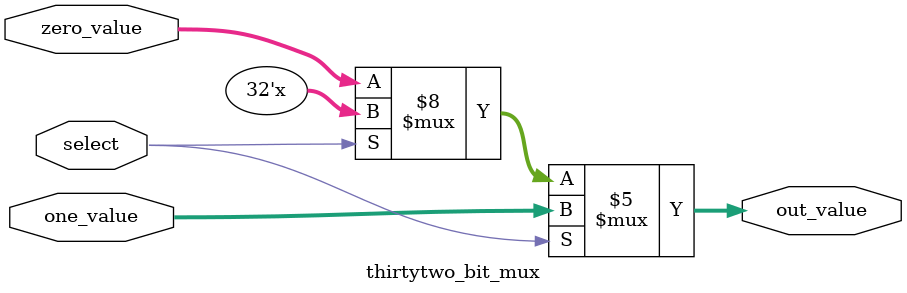
<source format=v>
module thirtytwo_bit_mux(input select,
input[31:0] zero_value, one_value,
output reg [31:0] out_value);

always @ (select, zero_value, one_value)
begin
if (select ==0) out_value = zero_value;
if (select ==1) out_value = one_value;
end
endmodule
</source>
